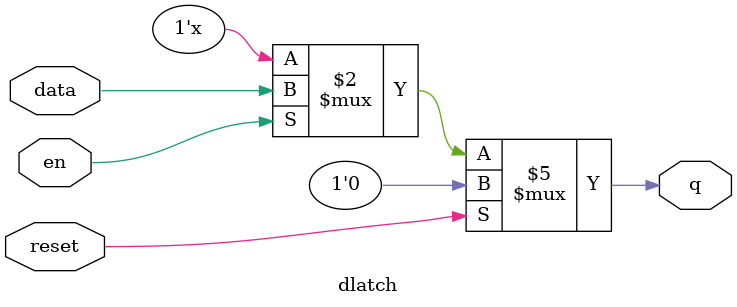
<source format=v>
module dlatch(data, en, reset, q);
input data, en, reset ; 
output q;
reg q;
always @ ( en or reset or data)
if (reset) begin
 q <= 1'b0;
end else if (en) begin
 q <= data;
end
endmodule 

</source>
